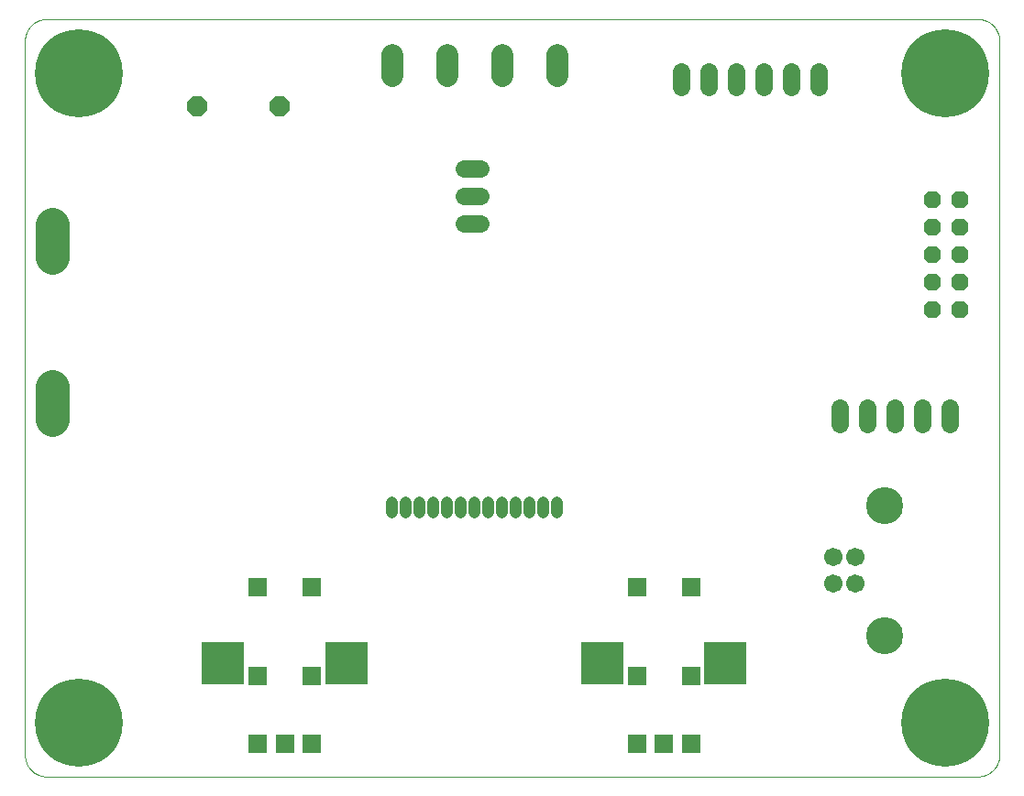
<source format=gbs>
G75*
%MOIN*%
%OFA0B0*%
%FSLAX25Y25*%
%IPPOS*%
%LPD*%
%AMOC8*
5,1,8,0,0,1.08239X$1,22.5*
%
%ADD10C,0.00400*%
%ADD11R,0.07093X0.07093*%
%ADD12R,0.15361X0.15361*%
%ADD13C,0.06699*%
%ADD14C,0.13455*%
%ADD15C,0.06306*%
%ADD16C,0.04362*%
%ADD17C,0.12211*%
%ADD18OC8,0.06306*%
%ADD19OC8,0.07487*%
%ADD20C,0.08077*%
%ADD21C,0.31896*%
D10*
X0009268Y0087909D02*
X0347850Y0087909D01*
X0348040Y0087911D01*
X0348230Y0087918D01*
X0348420Y0087930D01*
X0348610Y0087946D01*
X0348799Y0087966D01*
X0348988Y0087992D01*
X0349176Y0088021D01*
X0349363Y0088056D01*
X0349549Y0088095D01*
X0349734Y0088138D01*
X0349919Y0088186D01*
X0350102Y0088238D01*
X0350283Y0088294D01*
X0350463Y0088355D01*
X0350642Y0088421D01*
X0350819Y0088490D01*
X0350995Y0088564D01*
X0351168Y0088642D01*
X0351340Y0088725D01*
X0351509Y0088811D01*
X0351677Y0088901D01*
X0351842Y0088996D01*
X0352005Y0089094D01*
X0352165Y0089197D01*
X0352323Y0089303D01*
X0352478Y0089413D01*
X0352631Y0089526D01*
X0352781Y0089644D01*
X0352927Y0089765D01*
X0353071Y0089889D01*
X0353212Y0090017D01*
X0353350Y0090148D01*
X0353485Y0090283D01*
X0353616Y0090421D01*
X0353744Y0090562D01*
X0353868Y0090706D01*
X0353989Y0090852D01*
X0354107Y0091002D01*
X0354220Y0091155D01*
X0354330Y0091310D01*
X0354436Y0091468D01*
X0354539Y0091628D01*
X0354637Y0091791D01*
X0354732Y0091956D01*
X0354822Y0092124D01*
X0354908Y0092293D01*
X0354991Y0092465D01*
X0355069Y0092638D01*
X0355143Y0092814D01*
X0355212Y0092991D01*
X0355278Y0093170D01*
X0355339Y0093350D01*
X0355395Y0093531D01*
X0355447Y0093714D01*
X0355495Y0093899D01*
X0355538Y0094084D01*
X0355577Y0094270D01*
X0355612Y0094457D01*
X0355641Y0094645D01*
X0355667Y0094834D01*
X0355687Y0095023D01*
X0355703Y0095213D01*
X0355715Y0095403D01*
X0355722Y0095593D01*
X0355724Y0095783D01*
X0355724Y0355626D01*
X0355722Y0355816D01*
X0355715Y0356006D01*
X0355703Y0356196D01*
X0355687Y0356386D01*
X0355667Y0356575D01*
X0355641Y0356764D01*
X0355612Y0356952D01*
X0355577Y0357139D01*
X0355538Y0357325D01*
X0355495Y0357510D01*
X0355447Y0357695D01*
X0355395Y0357878D01*
X0355339Y0358059D01*
X0355278Y0358239D01*
X0355212Y0358418D01*
X0355143Y0358595D01*
X0355069Y0358771D01*
X0354991Y0358944D01*
X0354908Y0359116D01*
X0354822Y0359285D01*
X0354732Y0359453D01*
X0354637Y0359618D01*
X0354539Y0359781D01*
X0354436Y0359941D01*
X0354330Y0360099D01*
X0354220Y0360254D01*
X0354107Y0360407D01*
X0353989Y0360557D01*
X0353868Y0360703D01*
X0353744Y0360847D01*
X0353616Y0360988D01*
X0353485Y0361126D01*
X0353350Y0361261D01*
X0353212Y0361392D01*
X0353071Y0361520D01*
X0352927Y0361644D01*
X0352781Y0361765D01*
X0352631Y0361883D01*
X0352478Y0361996D01*
X0352323Y0362106D01*
X0352165Y0362212D01*
X0352005Y0362315D01*
X0351842Y0362413D01*
X0351677Y0362508D01*
X0351509Y0362598D01*
X0351340Y0362684D01*
X0351168Y0362767D01*
X0350995Y0362845D01*
X0350819Y0362919D01*
X0350642Y0362988D01*
X0350463Y0363054D01*
X0350283Y0363115D01*
X0350102Y0363171D01*
X0349919Y0363223D01*
X0349734Y0363271D01*
X0349549Y0363314D01*
X0349363Y0363353D01*
X0349176Y0363388D01*
X0348988Y0363417D01*
X0348799Y0363443D01*
X0348610Y0363463D01*
X0348420Y0363479D01*
X0348230Y0363491D01*
X0348040Y0363498D01*
X0347850Y0363500D01*
X0009268Y0363500D01*
X0009078Y0363498D01*
X0008888Y0363491D01*
X0008698Y0363479D01*
X0008508Y0363463D01*
X0008319Y0363443D01*
X0008130Y0363417D01*
X0007942Y0363388D01*
X0007755Y0363353D01*
X0007569Y0363314D01*
X0007384Y0363271D01*
X0007199Y0363223D01*
X0007016Y0363171D01*
X0006835Y0363115D01*
X0006655Y0363054D01*
X0006476Y0362988D01*
X0006299Y0362919D01*
X0006123Y0362845D01*
X0005950Y0362767D01*
X0005778Y0362684D01*
X0005609Y0362598D01*
X0005441Y0362508D01*
X0005276Y0362413D01*
X0005113Y0362315D01*
X0004953Y0362212D01*
X0004795Y0362106D01*
X0004640Y0361996D01*
X0004487Y0361883D01*
X0004337Y0361765D01*
X0004191Y0361644D01*
X0004047Y0361520D01*
X0003906Y0361392D01*
X0003768Y0361261D01*
X0003633Y0361126D01*
X0003502Y0360988D01*
X0003374Y0360847D01*
X0003250Y0360703D01*
X0003129Y0360557D01*
X0003011Y0360407D01*
X0002898Y0360254D01*
X0002788Y0360099D01*
X0002682Y0359941D01*
X0002579Y0359781D01*
X0002481Y0359618D01*
X0002386Y0359453D01*
X0002296Y0359285D01*
X0002210Y0359116D01*
X0002127Y0358944D01*
X0002049Y0358771D01*
X0001975Y0358595D01*
X0001906Y0358418D01*
X0001840Y0358239D01*
X0001779Y0358059D01*
X0001723Y0357878D01*
X0001671Y0357695D01*
X0001623Y0357510D01*
X0001580Y0357325D01*
X0001541Y0357139D01*
X0001506Y0356952D01*
X0001477Y0356764D01*
X0001451Y0356575D01*
X0001431Y0356386D01*
X0001415Y0356196D01*
X0001403Y0356006D01*
X0001396Y0355816D01*
X0001394Y0355626D01*
X0001394Y0095783D01*
X0001396Y0095593D01*
X0001403Y0095403D01*
X0001415Y0095213D01*
X0001431Y0095023D01*
X0001451Y0094834D01*
X0001477Y0094645D01*
X0001506Y0094457D01*
X0001541Y0094270D01*
X0001580Y0094084D01*
X0001623Y0093899D01*
X0001671Y0093714D01*
X0001723Y0093531D01*
X0001779Y0093350D01*
X0001840Y0093170D01*
X0001906Y0092991D01*
X0001975Y0092814D01*
X0002049Y0092638D01*
X0002127Y0092465D01*
X0002210Y0092293D01*
X0002296Y0092124D01*
X0002386Y0091956D01*
X0002481Y0091791D01*
X0002579Y0091628D01*
X0002682Y0091468D01*
X0002788Y0091310D01*
X0002898Y0091155D01*
X0003011Y0091002D01*
X0003129Y0090852D01*
X0003250Y0090706D01*
X0003374Y0090562D01*
X0003502Y0090421D01*
X0003633Y0090283D01*
X0003768Y0090148D01*
X0003906Y0090017D01*
X0004047Y0089889D01*
X0004191Y0089765D01*
X0004337Y0089644D01*
X0004487Y0089526D01*
X0004640Y0089413D01*
X0004795Y0089303D01*
X0004953Y0089197D01*
X0005113Y0089094D01*
X0005276Y0088996D01*
X0005441Y0088901D01*
X0005609Y0088811D01*
X0005778Y0088725D01*
X0005950Y0088642D01*
X0006123Y0088564D01*
X0006299Y0088490D01*
X0006476Y0088421D01*
X0006655Y0088355D01*
X0006835Y0088294D01*
X0007016Y0088238D01*
X0007199Y0088186D01*
X0007384Y0088138D01*
X0007569Y0088095D01*
X0007755Y0088056D01*
X0007942Y0088021D01*
X0008130Y0087992D01*
X0008319Y0087966D01*
X0008508Y0087946D01*
X0008698Y0087930D01*
X0008888Y0087918D01*
X0009078Y0087911D01*
X0009268Y0087909D01*
D11*
X0086039Y0099720D03*
X0086039Y0099720D03*
X0095882Y0099720D03*
X0095882Y0099720D03*
X0105724Y0099720D03*
X0105724Y0099720D03*
X0105724Y0124327D03*
X0086039Y0124327D03*
X0086039Y0156807D03*
X0105724Y0156807D03*
X0223835Y0156807D03*
X0243520Y0156807D03*
X0243520Y0124327D03*
X0223835Y0124327D03*
X0223835Y0099720D03*
X0223835Y0099720D03*
X0233677Y0099720D03*
X0233677Y0099720D03*
X0243520Y0099720D03*
X0243520Y0099720D03*
D12*
X0256118Y0129248D03*
X0211236Y0129248D03*
X0118323Y0129248D03*
X0073441Y0129248D03*
D13*
X0295350Y0157988D03*
X0303224Y0157988D03*
X0303224Y0167831D03*
X0295350Y0167831D03*
D14*
X0313894Y0186610D03*
X0313894Y0139209D03*
D15*
X0317644Y0216207D02*
X0317644Y0222112D01*
X0327644Y0222112D02*
X0327644Y0216207D01*
X0337644Y0216207D02*
X0337644Y0222112D01*
X0307644Y0222112D02*
X0307644Y0216207D01*
X0297644Y0216207D02*
X0297644Y0222112D01*
X0290144Y0338707D02*
X0290144Y0344612D01*
X0280144Y0344612D02*
X0280144Y0338707D01*
X0270144Y0338707D02*
X0270144Y0344612D01*
X0260144Y0344612D02*
X0260144Y0338707D01*
X0250144Y0338707D02*
X0250144Y0344612D01*
X0240144Y0344612D02*
X0240144Y0338707D01*
X0166846Y0309159D02*
X0160941Y0309159D01*
X0160941Y0299159D02*
X0166846Y0299159D01*
X0166846Y0289159D02*
X0160941Y0289159D01*
D16*
X0159780Y0187971D02*
X0159780Y0184009D01*
X0154780Y0184009D02*
X0154780Y0187971D01*
X0149780Y0187971D02*
X0149780Y0184009D01*
X0144780Y0184009D02*
X0144780Y0187971D01*
X0139780Y0187971D02*
X0139780Y0184009D01*
X0134780Y0184009D02*
X0134780Y0187971D01*
X0164780Y0187971D02*
X0164780Y0184009D01*
X0169780Y0184009D02*
X0169780Y0187971D01*
X0174780Y0187971D02*
X0174780Y0184009D01*
X0179780Y0184009D02*
X0179780Y0187971D01*
X0184780Y0187971D02*
X0184780Y0184009D01*
X0189780Y0184009D02*
X0189780Y0187971D01*
X0194780Y0187971D02*
X0194780Y0184009D01*
D17*
X0011236Y0217880D02*
X0011236Y0229691D01*
X0011236Y0276935D02*
X0011236Y0288746D01*
D18*
X0331394Y0287909D03*
X0331394Y0277909D03*
X0331394Y0267909D03*
X0331394Y0257909D03*
X0341394Y0257909D03*
X0341394Y0267909D03*
X0341394Y0277909D03*
X0341394Y0287909D03*
X0341394Y0297909D03*
X0331394Y0297909D03*
D19*
X0093894Y0331659D03*
X0063894Y0331659D03*
D20*
X0135144Y0342821D02*
X0135144Y0350498D01*
X0155144Y0350498D02*
X0155144Y0342821D01*
X0175144Y0342821D02*
X0175144Y0350498D01*
X0195144Y0350498D02*
X0195144Y0342821D01*
D21*
X0336039Y0343815D03*
X0336039Y0107594D03*
X0021079Y0107594D03*
X0021079Y0343815D03*
M02*

</source>
